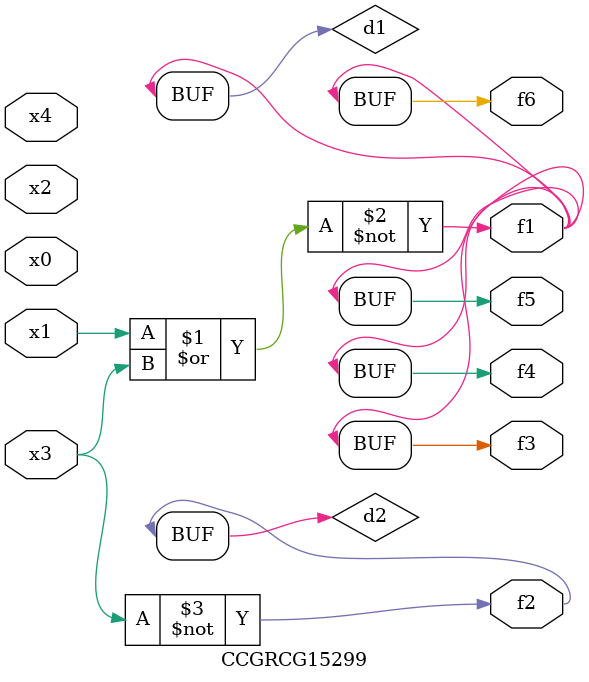
<source format=v>
module CCGRCG15299(
	input x0, x1, x2, x3, x4,
	output f1, f2, f3, f4, f5, f6
);

	wire d1, d2;

	nor (d1, x1, x3);
	not (d2, x3);
	assign f1 = d1;
	assign f2 = d2;
	assign f3 = d1;
	assign f4 = d1;
	assign f5 = d1;
	assign f6 = d1;
endmodule

</source>
